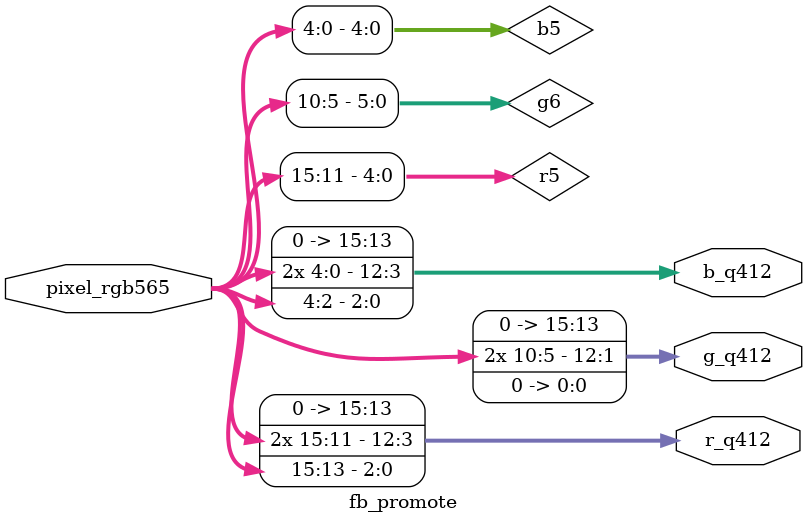
<source format=sv>
`default_nettype none


module fb_promote (
    // Input: RGB565 framebuffer pixel (16 bits)
    //   [15:11] = R5
    //   [10:5]  = G6
    //   [4:0]   = B5
    input  wire [15:0] pixel_rgb565,

    // Output: Q4.12 per channel (16 bits each, signed, [0, 1.0] = [0x0000, 0x1000])
    output wire [15:0] r_q412,
    output wire [15:0] g_q412,
    output wire [15:0] b_q412
);

    // ========================================================================
    // Channel Extraction
    // ========================================================================

    wire [4:0] r5 = pixel_rgb565[15:11];
    wire [5:0] g6 = pixel_rgb565[10:5];
    wire [4:0] b5 = pixel_rgb565[4:0];

    // ========================================================================
    // R5 -> Q4.12 Promotion
    // ========================================================================
    // {3'b0, R5[4:0], R5[4:0], R5[4:2]} = 3+5+5+3 = 16 bits

    assign r_q412 = {3'b000, r5[4:0], r5[4:0], r5[4:2]};

    // ========================================================================
    // G6 -> Q4.12 Promotion
    // ========================================================================
    // {3'b0, G6[5:0], G6[5:0], 1'b0} = 3+6+6+1 = 16 bits

    assign g_q412 = {3'b000, g6[5:0], g6[5:0], 1'b0};

    // ========================================================================
    // B5 -> Q4.12 Promotion
    // ========================================================================
    // Same MSB-replication as R5.

    assign b_q412 = {3'b000, b5[4:0], b5[4:0], b5[4:2]};

endmodule

`default_nettype wire

</source>
